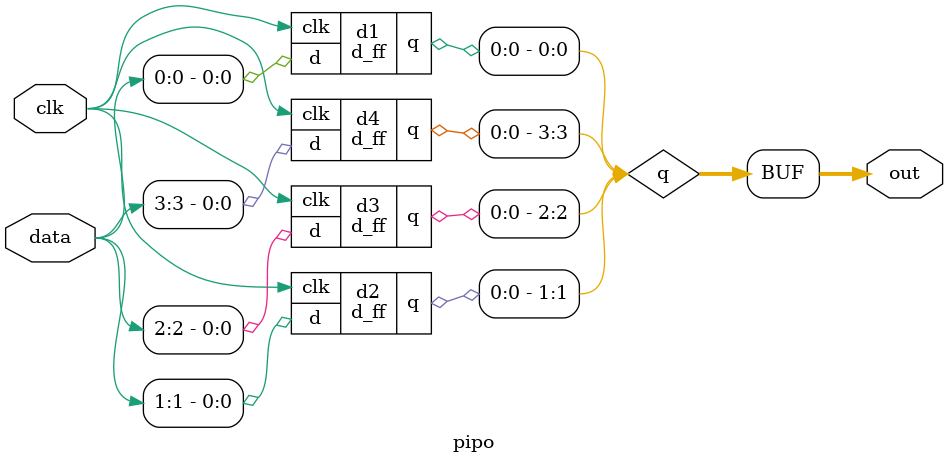
<source format=v>

module d_ff (q,clk,d);
input clk,d;
output reg q;
always @(posedge clk)
begin
q <= d;
end


always @(negedge clk)
begin
q <= q;
end

endmodule

module pipo (out,clk,data);
input [3:0] data;
input clk;
output reg [0:3] out;
wire [0:3] q;


d_ff d1 (q[0],clk,data[0]);
d_ff d2 (q[1],clk,data[1]);
d_ff d3 (q[2],clk,data[2]);
d_ff d4 (q[3],clk,data[3]);

always @( * )
begin
    out[0]=q[0];
    out[1]=q[1];
    out[2]=q[2];
    out[3]=q[3];
end
endmodule


</source>
